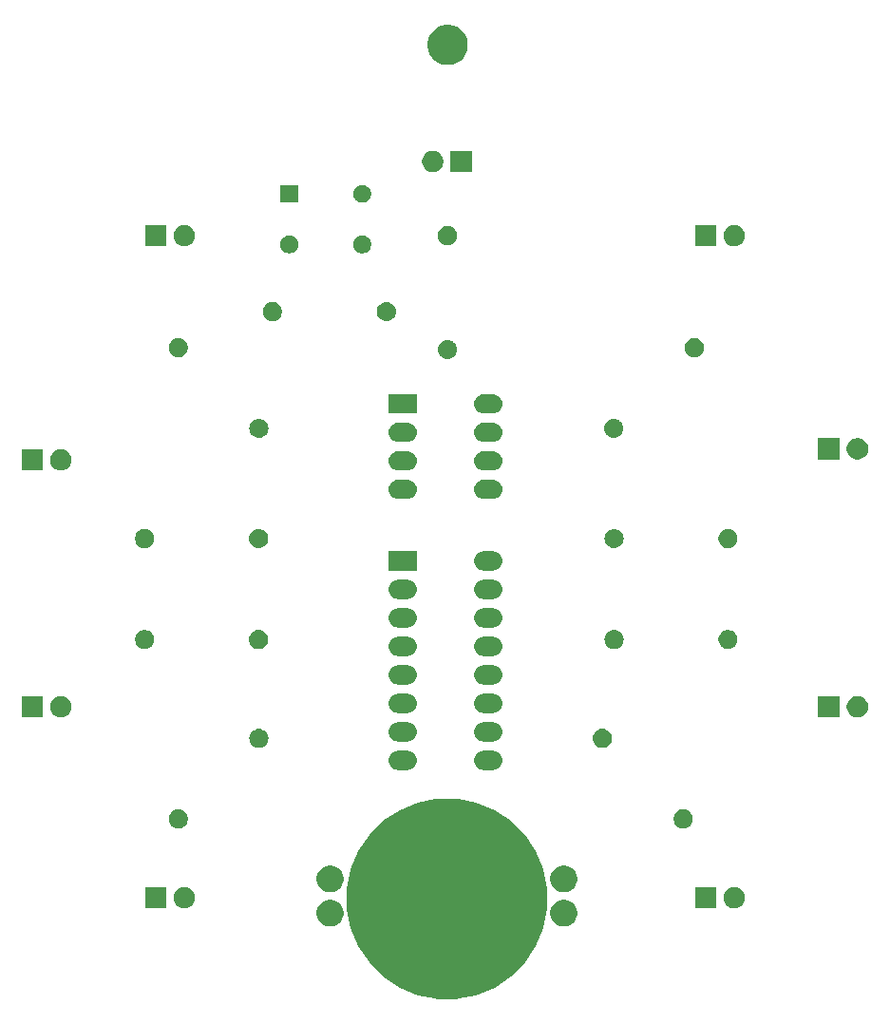
<source format=gbr>
G04 #@! TF.GenerationSoftware,KiCad,Pcbnew,(5.1.0)-1*
G04 #@! TF.CreationDate,2019-11-25T20:58:05-05:00*
G04 #@! TF.ProjectId,Christmas Ornament 2019,43687269-7374-46d6-9173-204f726e616d,rev?*
G04 #@! TF.SameCoordinates,Original*
G04 #@! TF.FileFunction,Soldermask,Bot*
G04 #@! TF.FilePolarity,Negative*
%FSLAX46Y46*%
G04 Gerber Fmt 4.6, Leading zero omitted, Abs format (unit mm)*
G04 Created by KiCad (PCBNEW (5.1.0)-1) date 2019-11-25 20:58:05*
%MOMM*%
%LPD*%
G04 APERTURE LIST*
%ADD10C,0.100000*%
G04 APERTURE END LIST*
D10*
G36*
X109045800Y-109211803D02*
G01*
X110557994Y-109512597D01*
X112185152Y-110186588D01*
X113649555Y-111165072D01*
X114894928Y-112410445D01*
X115873412Y-113874848D01*
X116547403Y-115502006D01*
X116891000Y-117229388D01*
X116891000Y-118990612D01*
X116547403Y-120717994D01*
X115873412Y-122345152D01*
X114894928Y-123809555D01*
X113649555Y-125054928D01*
X112185152Y-126033412D01*
X110557994Y-126707403D01*
X109045800Y-127008197D01*
X108830613Y-127051000D01*
X107069387Y-127051000D01*
X106854200Y-127008197D01*
X105342006Y-126707403D01*
X103714848Y-126033412D01*
X102250445Y-125054928D01*
X101005072Y-123809555D01*
X100026588Y-122345152D01*
X99352597Y-120717994D01*
X99009000Y-118990612D01*
X99009000Y-117229388D01*
X99352597Y-115502006D01*
X100026588Y-113874848D01*
X101005072Y-112410445D01*
X102250445Y-111165072D01*
X103714848Y-110186588D01*
X105342006Y-109512597D01*
X106854200Y-109211803D01*
X107069387Y-109169000D01*
X108830613Y-109169000D01*
X109045800Y-109211803D01*
X109045800Y-109211803D01*
G37*
G36*
X118712276Y-118231884D02*
G01*
X118929569Y-118321890D01*
X118929571Y-118321891D01*
X119125130Y-118452560D01*
X119291440Y-118618870D01*
X119371502Y-118738690D01*
X119422110Y-118814431D01*
X119512116Y-119031724D01*
X119558000Y-119262400D01*
X119558000Y-119497600D01*
X119512116Y-119728276D01*
X119422110Y-119945569D01*
X119422109Y-119945571D01*
X119291440Y-120141130D01*
X119125130Y-120307440D01*
X118929571Y-120438109D01*
X118929570Y-120438110D01*
X118929569Y-120438110D01*
X118712276Y-120528116D01*
X118481600Y-120574000D01*
X118246400Y-120574000D01*
X118015724Y-120528116D01*
X117798431Y-120438110D01*
X117798430Y-120438110D01*
X117798429Y-120438109D01*
X117602870Y-120307440D01*
X117436560Y-120141130D01*
X117305891Y-119945571D01*
X117305890Y-119945569D01*
X117215884Y-119728276D01*
X117170000Y-119497600D01*
X117170000Y-119262400D01*
X117215884Y-119031724D01*
X117305890Y-118814431D01*
X117356499Y-118738690D01*
X117436560Y-118618870D01*
X117602870Y-118452560D01*
X117798429Y-118321891D01*
X117798431Y-118321890D01*
X118015724Y-118231884D01*
X118246400Y-118186000D01*
X118481600Y-118186000D01*
X118712276Y-118231884D01*
X118712276Y-118231884D01*
G37*
G36*
X97884276Y-118231884D02*
G01*
X98101569Y-118321890D01*
X98101571Y-118321891D01*
X98297130Y-118452560D01*
X98463440Y-118618870D01*
X98543502Y-118738690D01*
X98594110Y-118814431D01*
X98684116Y-119031724D01*
X98730000Y-119262400D01*
X98730000Y-119497600D01*
X98684116Y-119728276D01*
X98594110Y-119945569D01*
X98594109Y-119945571D01*
X98463440Y-120141130D01*
X98297130Y-120307440D01*
X98101571Y-120438109D01*
X98101570Y-120438110D01*
X98101569Y-120438110D01*
X97884276Y-120528116D01*
X97653600Y-120574000D01*
X97418400Y-120574000D01*
X97187724Y-120528116D01*
X96970431Y-120438110D01*
X96970430Y-120438110D01*
X96970429Y-120438109D01*
X96774870Y-120307440D01*
X96608560Y-120141130D01*
X96477891Y-119945571D01*
X96477890Y-119945569D01*
X96387884Y-119728276D01*
X96342000Y-119497600D01*
X96342000Y-119262400D01*
X96387884Y-119031724D01*
X96477890Y-118814431D01*
X96528499Y-118738690D01*
X96608560Y-118618870D01*
X96774870Y-118452560D01*
X96970429Y-118321891D01*
X96970431Y-118321890D01*
X97187724Y-118231884D01*
X97418400Y-118186000D01*
X97653600Y-118186000D01*
X97884276Y-118231884D01*
X97884276Y-118231884D01*
G37*
G36*
X82951000Y-118951000D02*
G01*
X81049000Y-118951000D01*
X81049000Y-117049000D01*
X82951000Y-117049000D01*
X82951000Y-118951000D01*
X82951000Y-118951000D01*
G37*
G36*
X84817395Y-117085546D02*
G01*
X84990466Y-117157234D01*
X84990467Y-117157235D01*
X85146227Y-117261310D01*
X85278690Y-117393773D01*
X85278691Y-117393775D01*
X85382766Y-117549534D01*
X85454454Y-117722605D01*
X85491000Y-117906333D01*
X85491000Y-118093667D01*
X85454454Y-118277395D01*
X85382766Y-118450466D01*
X85382765Y-118450467D01*
X85278690Y-118606227D01*
X85146227Y-118738690D01*
X85067818Y-118791081D01*
X84990466Y-118842766D01*
X84817395Y-118914454D01*
X84633667Y-118951000D01*
X84446333Y-118951000D01*
X84262605Y-118914454D01*
X84089534Y-118842766D01*
X84012182Y-118791081D01*
X83933773Y-118738690D01*
X83801310Y-118606227D01*
X83697235Y-118450467D01*
X83697234Y-118450466D01*
X83625546Y-118277395D01*
X83589000Y-118093667D01*
X83589000Y-117906333D01*
X83625546Y-117722605D01*
X83697234Y-117549534D01*
X83801309Y-117393775D01*
X83801310Y-117393773D01*
X83933773Y-117261310D01*
X84089533Y-117157235D01*
X84089534Y-117157234D01*
X84262605Y-117085546D01*
X84446333Y-117049000D01*
X84633667Y-117049000D01*
X84817395Y-117085546D01*
X84817395Y-117085546D01*
G37*
G36*
X131951000Y-118951000D02*
G01*
X130049000Y-118951000D01*
X130049000Y-117049000D01*
X131951000Y-117049000D01*
X131951000Y-118951000D01*
X131951000Y-118951000D01*
G37*
G36*
X133817395Y-117085546D02*
G01*
X133990466Y-117157234D01*
X133990467Y-117157235D01*
X134146227Y-117261310D01*
X134278690Y-117393773D01*
X134278691Y-117393775D01*
X134382766Y-117549534D01*
X134454454Y-117722605D01*
X134491000Y-117906333D01*
X134491000Y-118093667D01*
X134454454Y-118277395D01*
X134382766Y-118450466D01*
X134382765Y-118450467D01*
X134278690Y-118606227D01*
X134146227Y-118738690D01*
X134067818Y-118791081D01*
X133990466Y-118842766D01*
X133817395Y-118914454D01*
X133633667Y-118951000D01*
X133446333Y-118951000D01*
X133262605Y-118914454D01*
X133089534Y-118842766D01*
X133012182Y-118791081D01*
X132933773Y-118738690D01*
X132801310Y-118606227D01*
X132697235Y-118450467D01*
X132697234Y-118450466D01*
X132625546Y-118277395D01*
X132589000Y-118093667D01*
X132589000Y-117906333D01*
X132625546Y-117722605D01*
X132697234Y-117549534D01*
X132801309Y-117393775D01*
X132801310Y-117393773D01*
X132933773Y-117261310D01*
X133089533Y-117157235D01*
X133089534Y-117157234D01*
X133262605Y-117085546D01*
X133446333Y-117049000D01*
X133633667Y-117049000D01*
X133817395Y-117085546D01*
X133817395Y-117085546D01*
G37*
G36*
X97884276Y-115183884D02*
G01*
X98101569Y-115273890D01*
X98101571Y-115273891D01*
X98297130Y-115404560D01*
X98463440Y-115570870D01*
X98594110Y-115766431D01*
X98684116Y-115983724D01*
X98730000Y-116214400D01*
X98730000Y-116449600D01*
X98684116Y-116680276D01*
X98594110Y-116897569D01*
X98594109Y-116897571D01*
X98463440Y-117093130D01*
X98297130Y-117259440D01*
X98101571Y-117390109D01*
X98101570Y-117390110D01*
X98101569Y-117390110D01*
X97884276Y-117480116D01*
X97653600Y-117526000D01*
X97418400Y-117526000D01*
X97187724Y-117480116D01*
X96970431Y-117390110D01*
X96970430Y-117390110D01*
X96970429Y-117390109D01*
X96774870Y-117259440D01*
X96608560Y-117093130D01*
X96477891Y-116897571D01*
X96477890Y-116897569D01*
X96387884Y-116680276D01*
X96342000Y-116449600D01*
X96342000Y-116214400D01*
X96387884Y-115983724D01*
X96477890Y-115766431D01*
X96608560Y-115570870D01*
X96774870Y-115404560D01*
X96970429Y-115273891D01*
X96970431Y-115273890D01*
X97187724Y-115183884D01*
X97418400Y-115138000D01*
X97653600Y-115138000D01*
X97884276Y-115183884D01*
X97884276Y-115183884D01*
G37*
G36*
X118712276Y-115183884D02*
G01*
X118929569Y-115273890D01*
X118929571Y-115273891D01*
X119125130Y-115404560D01*
X119291440Y-115570870D01*
X119422110Y-115766431D01*
X119512116Y-115983724D01*
X119558000Y-116214400D01*
X119558000Y-116449600D01*
X119512116Y-116680276D01*
X119422110Y-116897569D01*
X119422109Y-116897571D01*
X119291440Y-117093130D01*
X119125130Y-117259440D01*
X118929571Y-117390109D01*
X118929570Y-117390110D01*
X118929569Y-117390110D01*
X118712276Y-117480116D01*
X118481600Y-117526000D01*
X118246400Y-117526000D01*
X118015724Y-117480116D01*
X117798431Y-117390110D01*
X117798430Y-117390110D01*
X117798429Y-117390109D01*
X117602870Y-117259440D01*
X117436560Y-117093130D01*
X117305891Y-116897571D01*
X117305890Y-116897569D01*
X117215884Y-116680276D01*
X117170000Y-116449600D01*
X117170000Y-116214400D01*
X117215884Y-115983724D01*
X117305890Y-115766431D01*
X117436560Y-115570870D01*
X117602870Y-115404560D01*
X117798429Y-115273891D01*
X117798431Y-115273890D01*
X118015724Y-115183884D01*
X118246400Y-115138000D01*
X118481600Y-115138000D01*
X118712276Y-115183884D01*
X118712276Y-115183884D01*
G37*
G36*
X84248228Y-110181703D02*
G01*
X84403100Y-110245853D01*
X84542481Y-110338985D01*
X84661015Y-110457519D01*
X84754147Y-110596900D01*
X84818297Y-110751772D01*
X84851000Y-110916184D01*
X84851000Y-111083816D01*
X84818297Y-111248228D01*
X84754147Y-111403100D01*
X84661015Y-111542481D01*
X84542481Y-111661015D01*
X84403100Y-111754147D01*
X84248228Y-111818297D01*
X84083816Y-111851000D01*
X83916184Y-111851000D01*
X83751772Y-111818297D01*
X83596900Y-111754147D01*
X83457519Y-111661015D01*
X83338985Y-111542481D01*
X83245853Y-111403100D01*
X83181703Y-111248228D01*
X83149000Y-111083816D01*
X83149000Y-110916184D01*
X83181703Y-110751772D01*
X83245853Y-110596900D01*
X83338985Y-110457519D01*
X83457519Y-110338985D01*
X83596900Y-110245853D01*
X83751772Y-110181703D01*
X83916184Y-110149000D01*
X84083816Y-110149000D01*
X84248228Y-110181703D01*
X84248228Y-110181703D01*
G37*
G36*
X129248228Y-110181703D02*
G01*
X129403100Y-110245853D01*
X129542481Y-110338985D01*
X129661015Y-110457519D01*
X129754147Y-110596900D01*
X129818297Y-110751772D01*
X129851000Y-110916184D01*
X129851000Y-111083816D01*
X129818297Y-111248228D01*
X129754147Y-111403100D01*
X129661015Y-111542481D01*
X129542481Y-111661015D01*
X129403100Y-111754147D01*
X129248228Y-111818297D01*
X129083816Y-111851000D01*
X128916184Y-111851000D01*
X128751772Y-111818297D01*
X128596900Y-111754147D01*
X128457519Y-111661015D01*
X128338985Y-111542481D01*
X128245853Y-111403100D01*
X128181703Y-111248228D01*
X128149000Y-111083816D01*
X128149000Y-110916184D01*
X128181703Y-110751772D01*
X128245853Y-110596900D01*
X128338985Y-110457519D01*
X128457519Y-110338985D01*
X128596900Y-110245853D01*
X128751772Y-110181703D01*
X128916184Y-110149000D01*
X129083816Y-110149000D01*
X129248228Y-110181703D01*
X129248228Y-110181703D01*
G37*
G36*
X104566823Y-104941313D02*
G01*
X104727242Y-104989976D01*
X104859906Y-105060886D01*
X104875078Y-105068996D01*
X105004659Y-105175341D01*
X105111004Y-105304922D01*
X105111005Y-105304924D01*
X105190024Y-105452758D01*
X105238687Y-105613177D01*
X105255117Y-105780000D01*
X105238687Y-105946823D01*
X105190024Y-106107242D01*
X105119114Y-106239906D01*
X105111004Y-106255078D01*
X105004659Y-106384659D01*
X104875078Y-106491004D01*
X104875076Y-106491005D01*
X104727242Y-106570024D01*
X104566823Y-106618687D01*
X104441804Y-106631000D01*
X103558196Y-106631000D01*
X103433177Y-106618687D01*
X103272758Y-106570024D01*
X103124924Y-106491005D01*
X103124922Y-106491004D01*
X102995341Y-106384659D01*
X102888996Y-106255078D01*
X102880886Y-106239906D01*
X102809976Y-106107242D01*
X102761313Y-105946823D01*
X102744883Y-105780000D01*
X102761313Y-105613177D01*
X102809976Y-105452758D01*
X102888995Y-105304924D01*
X102888996Y-105304922D01*
X102995341Y-105175341D01*
X103124922Y-105068996D01*
X103140094Y-105060886D01*
X103272758Y-104989976D01*
X103433177Y-104941313D01*
X103558196Y-104929000D01*
X104441804Y-104929000D01*
X104566823Y-104941313D01*
X104566823Y-104941313D01*
G37*
G36*
X112186823Y-104941313D02*
G01*
X112347242Y-104989976D01*
X112479906Y-105060886D01*
X112495078Y-105068996D01*
X112624659Y-105175341D01*
X112731004Y-105304922D01*
X112731005Y-105304924D01*
X112810024Y-105452758D01*
X112858687Y-105613177D01*
X112875117Y-105780000D01*
X112858687Y-105946823D01*
X112810024Y-106107242D01*
X112739114Y-106239906D01*
X112731004Y-106255078D01*
X112624659Y-106384659D01*
X112495078Y-106491004D01*
X112495076Y-106491005D01*
X112347242Y-106570024D01*
X112186823Y-106618687D01*
X112061804Y-106631000D01*
X111178196Y-106631000D01*
X111053177Y-106618687D01*
X110892758Y-106570024D01*
X110744924Y-106491005D01*
X110744922Y-106491004D01*
X110615341Y-106384659D01*
X110508996Y-106255078D01*
X110500886Y-106239906D01*
X110429976Y-106107242D01*
X110381313Y-105946823D01*
X110364883Y-105780000D01*
X110381313Y-105613177D01*
X110429976Y-105452758D01*
X110508995Y-105304924D01*
X110508996Y-105304922D01*
X110615341Y-105175341D01*
X110744922Y-105068996D01*
X110760094Y-105060886D01*
X110892758Y-104989976D01*
X111053177Y-104941313D01*
X111178196Y-104929000D01*
X112061804Y-104929000D01*
X112186823Y-104941313D01*
X112186823Y-104941313D01*
G37*
G36*
X91351028Y-102977108D02*
G01*
X91511447Y-103025771D01*
X91600137Y-103073177D01*
X91659283Y-103104791D01*
X91788864Y-103211136D01*
X91895209Y-103340717D01*
X91895210Y-103340719D01*
X91974229Y-103488553D01*
X92022892Y-103648972D01*
X92039322Y-103815795D01*
X92022892Y-103982618D01*
X91974229Y-104143037D01*
X91903319Y-104275701D01*
X91895209Y-104290873D01*
X91788864Y-104420454D01*
X91659283Y-104526799D01*
X91659281Y-104526800D01*
X91511447Y-104605819D01*
X91351028Y-104654482D01*
X91226009Y-104666795D01*
X91142401Y-104666795D01*
X91017382Y-104654482D01*
X90856963Y-104605819D01*
X90709129Y-104526800D01*
X90709127Y-104526799D01*
X90579546Y-104420454D01*
X90473201Y-104290873D01*
X90465091Y-104275701D01*
X90394181Y-104143037D01*
X90345518Y-103982618D01*
X90329088Y-103815795D01*
X90345518Y-103648972D01*
X90394181Y-103488553D01*
X90473200Y-103340719D01*
X90473201Y-103340717D01*
X90579546Y-103211136D01*
X90709127Y-103104791D01*
X90768273Y-103073177D01*
X90856963Y-103025771D01*
X91017382Y-102977108D01*
X91142401Y-102964795D01*
X91226009Y-102964795D01*
X91351028Y-102977108D01*
X91351028Y-102977108D01*
G37*
G36*
X121982618Y-102977108D02*
G01*
X122143037Y-103025771D01*
X122231727Y-103073177D01*
X122290873Y-103104791D01*
X122420454Y-103211136D01*
X122526799Y-103340717D01*
X122526800Y-103340719D01*
X122605819Y-103488553D01*
X122654482Y-103648972D01*
X122670912Y-103815795D01*
X122654482Y-103982618D01*
X122605819Y-104143037D01*
X122534909Y-104275701D01*
X122526799Y-104290873D01*
X122420454Y-104420454D01*
X122290873Y-104526799D01*
X122290871Y-104526800D01*
X122143037Y-104605819D01*
X121982618Y-104654482D01*
X121857599Y-104666795D01*
X121773991Y-104666795D01*
X121648972Y-104654482D01*
X121488553Y-104605819D01*
X121340719Y-104526800D01*
X121340717Y-104526799D01*
X121211136Y-104420454D01*
X121104791Y-104290873D01*
X121096681Y-104275701D01*
X121025771Y-104143037D01*
X120977108Y-103982618D01*
X120960678Y-103815795D01*
X120977108Y-103648972D01*
X121025771Y-103488553D01*
X121104790Y-103340719D01*
X121104791Y-103340717D01*
X121211136Y-103211136D01*
X121340717Y-103104791D01*
X121399863Y-103073177D01*
X121488553Y-103025771D01*
X121648972Y-102977108D01*
X121773991Y-102964795D01*
X121857599Y-102964795D01*
X121982618Y-102977108D01*
X121982618Y-102977108D01*
G37*
G36*
X112186823Y-102401313D02*
G01*
X112347242Y-102449976D01*
X112479906Y-102520886D01*
X112495078Y-102528996D01*
X112624659Y-102635341D01*
X112731004Y-102764922D01*
X112731005Y-102764924D01*
X112810024Y-102912758D01*
X112858687Y-103073177D01*
X112875117Y-103240000D01*
X112858687Y-103406823D01*
X112810024Y-103567242D01*
X112766339Y-103648970D01*
X112731004Y-103715078D01*
X112624659Y-103844659D01*
X112495078Y-103951004D01*
X112495076Y-103951005D01*
X112347242Y-104030024D01*
X112186823Y-104078687D01*
X112061804Y-104091000D01*
X111178196Y-104091000D01*
X111053177Y-104078687D01*
X110892758Y-104030024D01*
X110744924Y-103951005D01*
X110744922Y-103951004D01*
X110615341Y-103844659D01*
X110508996Y-103715078D01*
X110473661Y-103648970D01*
X110429976Y-103567242D01*
X110381313Y-103406823D01*
X110364883Y-103240000D01*
X110381313Y-103073177D01*
X110429976Y-102912758D01*
X110508995Y-102764924D01*
X110508996Y-102764922D01*
X110615341Y-102635341D01*
X110744922Y-102528996D01*
X110760094Y-102520886D01*
X110892758Y-102449976D01*
X111053177Y-102401313D01*
X111178196Y-102389000D01*
X112061804Y-102389000D01*
X112186823Y-102401313D01*
X112186823Y-102401313D01*
G37*
G36*
X104566823Y-102401313D02*
G01*
X104727242Y-102449976D01*
X104859906Y-102520886D01*
X104875078Y-102528996D01*
X105004659Y-102635341D01*
X105111004Y-102764922D01*
X105111005Y-102764924D01*
X105190024Y-102912758D01*
X105238687Y-103073177D01*
X105255117Y-103240000D01*
X105238687Y-103406823D01*
X105190024Y-103567242D01*
X105146339Y-103648970D01*
X105111004Y-103715078D01*
X105004659Y-103844659D01*
X104875078Y-103951004D01*
X104875076Y-103951005D01*
X104727242Y-104030024D01*
X104566823Y-104078687D01*
X104441804Y-104091000D01*
X103558196Y-104091000D01*
X103433177Y-104078687D01*
X103272758Y-104030024D01*
X103124924Y-103951005D01*
X103124922Y-103951004D01*
X102995341Y-103844659D01*
X102888996Y-103715078D01*
X102853661Y-103648970D01*
X102809976Y-103567242D01*
X102761313Y-103406823D01*
X102744883Y-103240000D01*
X102761313Y-103073177D01*
X102809976Y-102912758D01*
X102888995Y-102764924D01*
X102888996Y-102764922D01*
X102995341Y-102635341D01*
X103124922Y-102528996D01*
X103140094Y-102520886D01*
X103272758Y-102449976D01*
X103433177Y-102401313D01*
X103558196Y-102389000D01*
X104441804Y-102389000D01*
X104566823Y-102401313D01*
X104566823Y-102401313D01*
G37*
G36*
X73817395Y-100085546D02*
G01*
X73990466Y-100157234D01*
X73990467Y-100157235D01*
X74146227Y-100261310D01*
X74278690Y-100393773D01*
X74278691Y-100393775D01*
X74382766Y-100549534D01*
X74454454Y-100722605D01*
X74491000Y-100906333D01*
X74491000Y-101093667D01*
X74454454Y-101277395D01*
X74382766Y-101450466D01*
X74382765Y-101450467D01*
X74278690Y-101606227D01*
X74146227Y-101738690D01*
X74067818Y-101791081D01*
X73990466Y-101842766D01*
X73817395Y-101914454D01*
X73633667Y-101951000D01*
X73446333Y-101951000D01*
X73262605Y-101914454D01*
X73089534Y-101842766D01*
X73012182Y-101791081D01*
X72933773Y-101738690D01*
X72801310Y-101606227D01*
X72697235Y-101450467D01*
X72697234Y-101450466D01*
X72625546Y-101277395D01*
X72589000Y-101093667D01*
X72589000Y-100906333D01*
X72625546Y-100722605D01*
X72697234Y-100549534D01*
X72801309Y-100393775D01*
X72801310Y-100393773D01*
X72933773Y-100261310D01*
X73089533Y-100157235D01*
X73089534Y-100157234D01*
X73262605Y-100085546D01*
X73446333Y-100049000D01*
X73633667Y-100049000D01*
X73817395Y-100085546D01*
X73817395Y-100085546D01*
G37*
G36*
X71951000Y-101951000D02*
G01*
X70049000Y-101951000D01*
X70049000Y-100049000D01*
X71951000Y-100049000D01*
X71951000Y-101951000D01*
X71951000Y-101951000D01*
G37*
G36*
X142951000Y-101951000D02*
G01*
X141049000Y-101951000D01*
X141049000Y-100049000D01*
X142951000Y-100049000D01*
X142951000Y-101951000D01*
X142951000Y-101951000D01*
G37*
G36*
X144817395Y-100085546D02*
G01*
X144990466Y-100157234D01*
X144990467Y-100157235D01*
X145146227Y-100261310D01*
X145278690Y-100393773D01*
X145278691Y-100393775D01*
X145382766Y-100549534D01*
X145454454Y-100722605D01*
X145491000Y-100906333D01*
X145491000Y-101093667D01*
X145454454Y-101277395D01*
X145382766Y-101450466D01*
X145382765Y-101450467D01*
X145278690Y-101606227D01*
X145146227Y-101738690D01*
X145067818Y-101791081D01*
X144990466Y-101842766D01*
X144817395Y-101914454D01*
X144633667Y-101951000D01*
X144446333Y-101951000D01*
X144262605Y-101914454D01*
X144089534Y-101842766D01*
X144012182Y-101791081D01*
X143933773Y-101738690D01*
X143801310Y-101606227D01*
X143697235Y-101450467D01*
X143697234Y-101450466D01*
X143625546Y-101277395D01*
X143589000Y-101093667D01*
X143589000Y-100906333D01*
X143625546Y-100722605D01*
X143697234Y-100549534D01*
X143801309Y-100393775D01*
X143801310Y-100393773D01*
X143933773Y-100261310D01*
X144089533Y-100157235D01*
X144089534Y-100157234D01*
X144262605Y-100085546D01*
X144446333Y-100049000D01*
X144633667Y-100049000D01*
X144817395Y-100085546D01*
X144817395Y-100085546D01*
G37*
G36*
X112186823Y-99861313D02*
G01*
X112347242Y-99909976D01*
X112479906Y-99980886D01*
X112495078Y-99988996D01*
X112624659Y-100095341D01*
X112731004Y-100224922D01*
X112731005Y-100224924D01*
X112810024Y-100372758D01*
X112810025Y-100372761D01*
X112819083Y-100402620D01*
X112858687Y-100533177D01*
X112875117Y-100700000D01*
X112858687Y-100866823D01*
X112810024Y-101027242D01*
X112774520Y-101093665D01*
X112731004Y-101175078D01*
X112624659Y-101304659D01*
X112495078Y-101411004D01*
X112495076Y-101411005D01*
X112347242Y-101490024D01*
X112186823Y-101538687D01*
X112061804Y-101551000D01*
X111178196Y-101551000D01*
X111053177Y-101538687D01*
X110892758Y-101490024D01*
X110744924Y-101411005D01*
X110744922Y-101411004D01*
X110615341Y-101304659D01*
X110508996Y-101175078D01*
X110465480Y-101093665D01*
X110429976Y-101027242D01*
X110381313Y-100866823D01*
X110364883Y-100700000D01*
X110381313Y-100533177D01*
X110420917Y-100402620D01*
X110429975Y-100372761D01*
X110429976Y-100372758D01*
X110508995Y-100224924D01*
X110508996Y-100224922D01*
X110615341Y-100095341D01*
X110744922Y-99988996D01*
X110760094Y-99980886D01*
X110892758Y-99909976D01*
X111053177Y-99861313D01*
X111178196Y-99849000D01*
X112061804Y-99849000D01*
X112186823Y-99861313D01*
X112186823Y-99861313D01*
G37*
G36*
X104566823Y-99861313D02*
G01*
X104727242Y-99909976D01*
X104859906Y-99980886D01*
X104875078Y-99988996D01*
X105004659Y-100095341D01*
X105111004Y-100224922D01*
X105111005Y-100224924D01*
X105190024Y-100372758D01*
X105190025Y-100372761D01*
X105199083Y-100402620D01*
X105238687Y-100533177D01*
X105255117Y-100700000D01*
X105238687Y-100866823D01*
X105190024Y-101027242D01*
X105154520Y-101093665D01*
X105111004Y-101175078D01*
X105004659Y-101304659D01*
X104875078Y-101411004D01*
X104875076Y-101411005D01*
X104727242Y-101490024D01*
X104566823Y-101538687D01*
X104441804Y-101551000D01*
X103558196Y-101551000D01*
X103433177Y-101538687D01*
X103272758Y-101490024D01*
X103124924Y-101411005D01*
X103124922Y-101411004D01*
X102995341Y-101304659D01*
X102888996Y-101175078D01*
X102845480Y-101093665D01*
X102809976Y-101027242D01*
X102761313Y-100866823D01*
X102744883Y-100700000D01*
X102761313Y-100533177D01*
X102800917Y-100402620D01*
X102809975Y-100372761D01*
X102809976Y-100372758D01*
X102888995Y-100224924D01*
X102888996Y-100224922D01*
X102995341Y-100095341D01*
X103124922Y-99988996D01*
X103140094Y-99980886D01*
X103272758Y-99909976D01*
X103433177Y-99861313D01*
X103558196Y-99849000D01*
X104441804Y-99849000D01*
X104566823Y-99861313D01*
X104566823Y-99861313D01*
G37*
G36*
X112186823Y-97321313D02*
G01*
X112347242Y-97369976D01*
X112479906Y-97440886D01*
X112495078Y-97448996D01*
X112624659Y-97555341D01*
X112731004Y-97684922D01*
X112731005Y-97684924D01*
X112810024Y-97832758D01*
X112858687Y-97993177D01*
X112875117Y-98160000D01*
X112858687Y-98326823D01*
X112810024Y-98487242D01*
X112739114Y-98619906D01*
X112731004Y-98635078D01*
X112624659Y-98764659D01*
X112495078Y-98871004D01*
X112495076Y-98871005D01*
X112347242Y-98950024D01*
X112186823Y-98998687D01*
X112061804Y-99011000D01*
X111178196Y-99011000D01*
X111053177Y-98998687D01*
X110892758Y-98950024D01*
X110744924Y-98871005D01*
X110744922Y-98871004D01*
X110615341Y-98764659D01*
X110508996Y-98635078D01*
X110500886Y-98619906D01*
X110429976Y-98487242D01*
X110381313Y-98326823D01*
X110364883Y-98160000D01*
X110381313Y-97993177D01*
X110429976Y-97832758D01*
X110508995Y-97684924D01*
X110508996Y-97684922D01*
X110615341Y-97555341D01*
X110744922Y-97448996D01*
X110760094Y-97440886D01*
X110892758Y-97369976D01*
X111053177Y-97321313D01*
X111178196Y-97309000D01*
X112061804Y-97309000D01*
X112186823Y-97321313D01*
X112186823Y-97321313D01*
G37*
G36*
X104566823Y-97321313D02*
G01*
X104727242Y-97369976D01*
X104859906Y-97440886D01*
X104875078Y-97448996D01*
X105004659Y-97555341D01*
X105111004Y-97684922D01*
X105111005Y-97684924D01*
X105190024Y-97832758D01*
X105238687Y-97993177D01*
X105255117Y-98160000D01*
X105238687Y-98326823D01*
X105190024Y-98487242D01*
X105119114Y-98619906D01*
X105111004Y-98635078D01*
X105004659Y-98764659D01*
X104875078Y-98871004D01*
X104875076Y-98871005D01*
X104727242Y-98950024D01*
X104566823Y-98998687D01*
X104441804Y-99011000D01*
X103558196Y-99011000D01*
X103433177Y-98998687D01*
X103272758Y-98950024D01*
X103124924Y-98871005D01*
X103124922Y-98871004D01*
X102995341Y-98764659D01*
X102888996Y-98635078D01*
X102880886Y-98619906D01*
X102809976Y-98487242D01*
X102761313Y-98326823D01*
X102744883Y-98160000D01*
X102761313Y-97993177D01*
X102809976Y-97832758D01*
X102888995Y-97684924D01*
X102888996Y-97684922D01*
X102995341Y-97555341D01*
X103124922Y-97448996D01*
X103140094Y-97440886D01*
X103272758Y-97369976D01*
X103433177Y-97321313D01*
X103558196Y-97309000D01*
X104441804Y-97309000D01*
X104566823Y-97321313D01*
X104566823Y-97321313D01*
G37*
G36*
X112186823Y-94781313D02*
G01*
X112347242Y-94829976D01*
X112479906Y-94900886D01*
X112495078Y-94908996D01*
X112624659Y-95015341D01*
X112731004Y-95144922D01*
X112731005Y-95144924D01*
X112810024Y-95292758D01*
X112858687Y-95453177D01*
X112875117Y-95620000D01*
X112858687Y-95786823D01*
X112810024Y-95947242D01*
X112739114Y-96079906D01*
X112731004Y-96095078D01*
X112624659Y-96224659D01*
X112495078Y-96331004D01*
X112495076Y-96331005D01*
X112347242Y-96410024D01*
X112186823Y-96458687D01*
X112061804Y-96471000D01*
X111178196Y-96471000D01*
X111053177Y-96458687D01*
X110892758Y-96410024D01*
X110744924Y-96331005D01*
X110744922Y-96331004D01*
X110615341Y-96224659D01*
X110508996Y-96095078D01*
X110500886Y-96079906D01*
X110429976Y-95947242D01*
X110381313Y-95786823D01*
X110364883Y-95620000D01*
X110381313Y-95453177D01*
X110429976Y-95292758D01*
X110508995Y-95144924D01*
X110508996Y-95144922D01*
X110615341Y-95015341D01*
X110744922Y-94908996D01*
X110760094Y-94900886D01*
X110892758Y-94829976D01*
X111053177Y-94781313D01*
X111178196Y-94769000D01*
X112061804Y-94769000D01*
X112186823Y-94781313D01*
X112186823Y-94781313D01*
G37*
G36*
X104566823Y-94781313D02*
G01*
X104727242Y-94829976D01*
X104859906Y-94900886D01*
X104875078Y-94908996D01*
X105004659Y-95015341D01*
X105111004Y-95144922D01*
X105111005Y-95144924D01*
X105190024Y-95292758D01*
X105238687Y-95453177D01*
X105255117Y-95620000D01*
X105238687Y-95786823D01*
X105190024Y-95947242D01*
X105119114Y-96079906D01*
X105111004Y-96095078D01*
X105004659Y-96224659D01*
X104875078Y-96331004D01*
X104875076Y-96331005D01*
X104727242Y-96410024D01*
X104566823Y-96458687D01*
X104441804Y-96471000D01*
X103558196Y-96471000D01*
X103433177Y-96458687D01*
X103272758Y-96410024D01*
X103124924Y-96331005D01*
X103124922Y-96331004D01*
X102995341Y-96224659D01*
X102888996Y-96095078D01*
X102880886Y-96079906D01*
X102809976Y-95947242D01*
X102761313Y-95786823D01*
X102744883Y-95620000D01*
X102761313Y-95453177D01*
X102809976Y-95292758D01*
X102888995Y-95144924D01*
X102888996Y-95144922D01*
X102995341Y-95015341D01*
X103124922Y-94908996D01*
X103140094Y-94900886D01*
X103272758Y-94829976D01*
X103433177Y-94781313D01*
X103558196Y-94769000D01*
X104441804Y-94769000D01*
X104566823Y-94781313D01*
X104566823Y-94781313D01*
G37*
G36*
X81248228Y-94181703D02*
G01*
X81403100Y-94245853D01*
X81542481Y-94338985D01*
X81661015Y-94457519D01*
X81754147Y-94596900D01*
X81818297Y-94751772D01*
X81851000Y-94916184D01*
X81851000Y-95083816D01*
X81818297Y-95248228D01*
X81754147Y-95403100D01*
X81661015Y-95542481D01*
X81542481Y-95661015D01*
X81403100Y-95754147D01*
X81248228Y-95818297D01*
X81083816Y-95851000D01*
X80916184Y-95851000D01*
X80751772Y-95818297D01*
X80596900Y-95754147D01*
X80457519Y-95661015D01*
X80338985Y-95542481D01*
X80245853Y-95403100D01*
X80181703Y-95248228D01*
X80149000Y-95083816D01*
X80149000Y-94916184D01*
X80181703Y-94751772D01*
X80245853Y-94596900D01*
X80338985Y-94457519D01*
X80457519Y-94338985D01*
X80596900Y-94245853D01*
X80751772Y-94181703D01*
X80916184Y-94149000D01*
X81083816Y-94149000D01*
X81248228Y-94181703D01*
X81248228Y-94181703D01*
G37*
G36*
X133248228Y-94181703D02*
G01*
X133403100Y-94245853D01*
X133542481Y-94338985D01*
X133661015Y-94457519D01*
X133754147Y-94596900D01*
X133818297Y-94751772D01*
X133851000Y-94916184D01*
X133851000Y-95083816D01*
X133818297Y-95248228D01*
X133754147Y-95403100D01*
X133661015Y-95542481D01*
X133542481Y-95661015D01*
X133403100Y-95754147D01*
X133248228Y-95818297D01*
X133083816Y-95851000D01*
X132916184Y-95851000D01*
X132751772Y-95818297D01*
X132596900Y-95754147D01*
X132457519Y-95661015D01*
X132338985Y-95542481D01*
X132245853Y-95403100D01*
X132181703Y-95248228D01*
X132149000Y-95083816D01*
X132149000Y-94916184D01*
X132181703Y-94751772D01*
X132245853Y-94596900D01*
X132338985Y-94457519D01*
X132457519Y-94338985D01*
X132596900Y-94245853D01*
X132751772Y-94181703D01*
X132916184Y-94149000D01*
X133083816Y-94149000D01*
X133248228Y-94181703D01*
X133248228Y-94181703D01*
G37*
G36*
X123006823Y-94161313D02*
G01*
X123167242Y-94209976D01*
X123234361Y-94245852D01*
X123315078Y-94288996D01*
X123444659Y-94395341D01*
X123551004Y-94524922D01*
X123551005Y-94524924D01*
X123630024Y-94672758D01*
X123678687Y-94833177D01*
X123695117Y-95000000D01*
X123678687Y-95166823D01*
X123630024Y-95327242D01*
X123589477Y-95403100D01*
X123551004Y-95475078D01*
X123444659Y-95604659D01*
X123315078Y-95711004D01*
X123315076Y-95711005D01*
X123167242Y-95790024D01*
X123006823Y-95838687D01*
X122881804Y-95851000D01*
X122798196Y-95851000D01*
X122673177Y-95838687D01*
X122512758Y-95790024D01*
X122364924Y-95711005D01*
X122364922Y-95711004D01*
X122235341Y-95604659D01*
X122128996Y-95475078D01*
X122090523Y-95403100D01*
X122049976Y-95327242D01*
X122001313Y-95166823D01*
X121984883Y-95000000D01*
X122001313Y-94833177D01*
X122049976Y-94672758D01*
X122128995Y-94524924D01*
X122128996Y-94524922D01*
X122235341Y-94395341D01*
X122364922Y-94288996D01*
X122445639Y-94245852D01*
X122512758Y-94209976D01*
X122673177Y-94161313D01*
X122798196Y-94149000D01*
X122881804Y-94149000D01*
X123006823Y-94161313D01*
X123006823Y-94161313D01*
G37*
G36*
X91326823Y-94161313D02*
G01*
X91487242Y-94209976D01*
X91554361Y-94245852D01*
X91635078Y-94288996D01*
X91764659Y-94395341D01*
X91871004Y-94524922D01*
X91871005Y-94524924D01*
X91950024Y-94672758D01*
X91998687Y-94833177D01*
X92015117Y-95000000D01*
X91998687Y-95166823D01*
X91950024Y-95327242D01*
X91909477Y-95403100D01*
X91871004Y-95475078D01*
X91764659Y-95604659D01*
X91635078Y-95711004D01*
X91635076Y-95711005D01*
X91487242Y-95790024D01*
X91326823Y-95838687D01*
X91201804Y-95851000D01*
X91118196Y-95851000D01*
X90993177Y-95838687D01*
X90832758Y-95790024D01*
X90684924Y-95711005D01*
X90684922Y-95711004D01*
X90555341Y-95604659D01*
X90448996Y-95475078D01*
X90410523Y-95403100D01*
X90369976Y-95327242D01*
X90321313Y-95166823D01*
X90304883Y-95000000D01*
X90321313Y-94833177D01*
X90369976Y-94672758D01*
X90448995Y-94524924D01*
X90448996Y-94524922D01*
X90555341Y-94395341D01*
X90684922Y-94288996D01*
X90765639Y-94245852D01*
X90832758Y-94209976D01*
X90993177Y-94161313D01*
X91118196Y-94149000D01*
X91201804Y-94149000D01*
X91326823Y-94161313D01*
X91326823Y-94161313D01*
G37*
G36*
X112186823Y-92241313D02*
G01*
X112347242Y-92289976D01*
X112479906Y-92360886D01*
X112495078Y-92368996D01*
X112624659Y-92475341D01*
X112731004Y-92604922D01*
X112731005Y-92604924D01*
X112810024Y-92752758D01*
X112858687Y-92913177D01*
X112875117Y-93080000D01*
X112858687Y-93246823D01*
X112810024Y-93407242D01*
X112739114Y-93539906D01*
X112731004Y-93555078D01*
X112624659Y-93684659D01*
X112495078Y-93791004D01*
X112495076Y-93791005D01*
X112347242Y-93870024D01*
X112186823Y-93918687D01*
X112061804Y-93931000D01*
X111178196Y-93931000D01*
X111053177Y-93918687D01*
X110892758Y-93870024D01*
X110744924Y-93791005D01*
X110744922Y-93791004D01*
X110615341Y-93684659D01*
X110508996Y-93555078D01*
X110500886Y-93539906D01*
X110429976Y-93407242D01*
X110381313Y-93246823D01*
X110364883Y-93080000D01*
X110381313Y-92913177D01*
X110429976Y-92752758D01*
X110508995Y-92604924D01*
X110508996Y-92604922D01*
X110615341Y-92475341D01*
X110744922Y-92368996D01*
X110760094Y-92360886D01*
X110892758Y-92289976D01*
X111053177Y-92241313D01*
X111178196Y-92229000D01*
X112061804Y-92229000D01*
X112186823Y-92241313D01*
X112186823Y-92241313D01*
G37*
G36*
X104566823Y-92241313D02*
G01*
X104727242Y-92289976D01*
X104859906Y-92360886D01*
X104875078Y-92368996D01*
X105004659Y-92475341D01*
X105111004Y-92604922D01*
X105111005Y-92604924D01*
X105190024Y-92752758D01*
X105238687Y-92913177D01*
X105255117Y-93080000D01*
X105238687Y-93246823D01*
X105190024Y-93407242D01*
X105119114Y-93539906D01*
X105111004Y-93555078D01*
X105004659Y-93684659D01*
X104875078Y-93791004D01*
X104875076Y-93791005D01*
X104727242Y-93870024D01*
X104566823Y-93918687D01*
X104441804Y-93931000D01*
X103558196Y-93931000D01*
X103433177Y-93918687D01*
X103272758Y-93870024D01*
X103124924Y-93791005D01*
X103124922Y-93791004D01*
X102995341Y-93684659D01*
X102888996Y-93555078D01*
X102880886Y-93539906D01*
X102809976Y-93407242D01*
X102761313Y-93246823D01*
X102744883Y-93080000D01*
X102761313Y-92913177D01*
X102809976Y-92752758D01*
X102888995Y-92604924D01*
X102888996Y-92604922D01*
X102995341Y-92475341D01*
X103124922Y-92368996D01*
X103140094Y-92360886D01*
X103272758Y-92289976D01*
X103433177Y-92241313D01*
X103558196Y-92229000D01*
X104441804Y-92229000D01*
X104566823Y-92241313D01*
X104566823Y-92241313D01*
G37*
G36*
X104566823Y-89701313D02*
G01*
X104727242Y-89749976D01*
X104859906Y-89820886D01*
X104875078Y-89828996D01*
X105004659Y-89935341D01*
X105111004Y-90064922D01*
X105111005Y-90064924D01*
X105190024Y-90212758D01*
X105238687Y-90373177D01*
X105255117Y-90540000D01*
X105238687Y-90706823D01*
X105190024Y-90867242D01*
X105119114Y-90999906D01*
X105111004Y-91015078D01*
X105004659Y-91144659D01*
X104875078Y-91251004D01*
X104875076Y-91251005D01*
X104727242Y-91330024D01*
X104566823Y-91378687D01*
X104441804Y-91391000D01*
X103558196Y-91391000D01*
X103433177Y-91378687D01*
X103272758Y-91330024D01*
X103124924Y-91251005D01*
X103124922Y-91251004D01*
X102995341Y-91144659D01*
X102888996Y-91015078D01*
X102880886Y-90999906D01*
X102809976Y-90867242D01*
X102761313Y-90706823D01*
X102744883Y-90540000D01*
X102761313Y-90373177D01*
X102809976Y-90212758D01*
X102888995Y-90064924D01*
X102888996Y-90064922D01*
X102995341Y-89935341D01*
X103124922Y-89828996D01*
X103140094Y-89820886D01*
X103272758Y-89749976D01*
X103433177Y-89701313D01*
X103558196Y-89689000D01*
X104441804Y-89689000D01*
X104566823Y-89701313D01*
X104566823Y-89701313D01*
G37*
G36*
X112186823Y-89701313D02*
G01*
X112347242Y-89749976D01*
X112479906Y-89820886D01*
X112495078Y-89828996D01*
X112624659Y-89935341D01*
X112731004Y-90064922D01*
X112731005Y-90064924D01*
X112810024Y-90212758D01*
X112858687Y-90373177D01*
X112875117Y-90540000D01*
X112858687Y-90706823D01*
X112810024Y-90867242D01*
X112739114Y-90999906D01*
X112731004Y-91015078D01*
X112624659Y-91144659D01*
X112495078Y-91251004D01*
X112495076Y-91251005D01*
X112347242Y-91330024D01*
X112186823Y-91378687D01*
X112061804Y-91391000D01*
X111178196Y-91391000D01*
X111053177Y-91378687D01*
X110892758Y-91330024D01*
X110744924Y-91251005D01*
X110744922Y-91251004D01*
X110615341Y-91144659D01*
X110508996Y-91015078D01*
X110500886Y-90999906D01*
X110429976Y-90867242D01*
X110381313Y-90706823D01*
X110364883Y-90540000D01*
X110381313Y-90373177D01*
X110429976Y-90212758D01*
X110508995Y-90064924D01*
X110508996Y-90064922D01*
X110615341Y-89935341D01*
X110744922Y-89828996D01*
X110760094Y-89820886D01*
X110892758Y-89749976D01*
X111053177Y-89701313D01*
X111178196Y-89689000D01*
X112061804Y-89689000D01*
X112186823Y-89701313D01*
X112186823Y-89701313D01*
G37*
G36*
X105251000Y-88851000D02*
G01*
X102749000Y-88851000D01*
X102749000Y-87149000D01*
X105251000Y-87149000D01*
X105251000Y-88851000D01*
X105251000Y-88851000D01*
G37*
G36*
X112186823Y-87161313D02*
G01*
X112347242Y-87209976D01*
X112479906Y-87280886D01*
X112495078Y-87288996D01*
X112624659Y-87395341D01*
X112731004Y-87524922D01*
X112731005Y-87524924D01*
X112810024Y-87672758D01*
X112858687Y-87833177D01*
X112875117Y-88000000D01*
X112858687Y-88166823D01*
X112810024Y-88327242D01*
X112739114Y-88459906D01*
X112731004Y-88475078D01*
X112624659Y-88604659D01*
X112495078Y-88711004D01*
X112495076Y-88711005D01*
X112347242Y-88790024D01*
X112186823Y-88838687D01*
X112061804Y-88851000D01*
X111178196Y-88851000D01*
X111053177Y-88838687D01*
X110892758Y-88790024D01*
X110744924Y-88711005D01*
X110744922Y-88711004D01*
X110615341Y-88604659D01*
X110508996Y-88475078D01*
X110500886Y-88459906D01*
X110429976Y-88327242D01*
X110381313Y-88166823D01*
X110364883Y-88000000D01*
X110381313Y-87833177D01*
X110429976Y-87672758D01*
X110508995Y-87524924D01*
X110508996Y-87524922D01*
X110615341Y-87395341D01*
X110744922Y-87288996D01*
X110760094Y-87280886D01*
X110892758Y-87209976D01*
X111053177Y-87161313D01*
X111178196Y-87149000D01*
X112061804Y-87149000D01*
X112186823Y-87161313D01*
X112186823Y-87161313D01*
G37*
G36*
X133248228Y-85181703D02*
G01*
X133403100Y-85245853D01*
X133542481Y-85338985D01*
X133661015Y-85457519D01*
X133754147Y-85596900D01*
X133818297Y-85751772D01*
X133851000Y-85916184D01*
X133851000Y-86083816D01*
X133818297Y-86248228D01*
X133754147Y-86403100D01*
X133661015Y-86542481D01*
X133542481Y-86661015D01*
X133403100Y-86754147D01*
X133248228Y-86818297D01*
X133083816Y-86851000D01*
X132916184Y-86851000D01*
X132751772Y-86818297D01*
X132596900Y-86754147D01*
X132457519Y-86661015D01*
X132338985Y-86542481D01*
X132245853Y-86403100D01*
X132181703Y-86248228D01*
X132149000Y-86083816D01*
X132149000Y-85916184D01*
X132181703Y-85751772D01*
X132245853Y-85596900D01*
X132338985Y-85457519D01*
X132457519Y-85338985D01*
X132596900Y-85245853D01*
X132751772Y-85181703D01*
X132916184Y-85149000D01*
X133083816Y-85149000D01*
X133248228Y-85181703D01*
X133248228Y-85181703D01*
G37*
G36*
X81248228Y-85181703D02*
G01*
X81403100Y-85245853D01*
X81542481Y-85338985D01*
X81661015Y-85457519D01*
X81754147Y-85596900D01*
X81818297Y-85751772D01*
X81851000Y-85916184D01*
X81851000Y-86083816D01*
X81818297Y-86248228D01*
X81754147Y-86403100D01*
X81661015Y-86542481D01*
X81542481Y-86661015D01*
X81403100Y-86754147D01*
X81248228Y-86818297D01*
X81083816Y-86851000D01*
X80916184Y-86851000D01*
X80751772Y-86818297D01*
X80596900Y-86754147D01*
X80457519Y-86661015D01*
X80338985Y-86542481D01*
X80245853Y-86403100D01*
X80181703Y-86248228D01*
X80149000Y-86083816D01*
X80149000Y-85916184D01*
X80181703Y-85751772D01*
X80245853Y-85596900D01*
X80338985Y-85457519D01*
X80457519Y-85338985D01*
X80596900Y-85245853D01*
X80751772Y-85181703D01*
X80916184Y-85149000D01*
X81083816Y-85149000D01*
X81248228Y-85181703D01*
X81248228Y-85181703D01*
G37*
G36*
X91326823Y-85161313D02*
G01*
X91487242Y-85209976D01*
X91554361Y-85245852D01*
X91635078Y-85288996D01*
X91764659Y-85395341D01*
X91871004Y-85524922D01*
X91871005Y-85524924D01*
X91950024Y-85672758D01*
X91998687Y-85833177D01*
X92015117Y-86000000D01*
X91998687Y-86166823D01*
X91950024Y-86327242D01*
X91909477Y-86403100D01*
X91871004Y-86475078D01*
X91764659Y-86604659D01*
X91635078Y-86711004D01*
X91635076Y-86711005D01*
X91487242Y-86790024D01*
X91326823Y-86838687D01*
X91201804Y-86851000D01*
X91118196Y-86851000D01*
X90993177Y-86838687D01*
X90832758Y-86790024D01*
X90684924Y-86711005D01*
X90684922Y-86711004D01*
X90555341Y-86604659D01*
X90448996Y-86475078D01*
X90410523Y-86403100D01*
X90369976Y-86327242D01*
X90321313Y-86166823D01*
X90304883Y-86000000D01*
X90321313Y-85833177D01*
X90369976Y-85672758D01*
X90448995Y-85524924D01*
X90448996Y-85524922D01*
X90555341Y-85395341D01*
X90684922Y-85288996D01*
X90765639Y-85245852D01*
X90832758Y-85209976D01*
X90993177Y-85161313D01*
X91118196Y-85149000D01*
X91201804Y-85149000D01*
X91326823Y-85161313D01*
X91326823Y-85161313D01*
G37*
G36*
X123006823Y-85161313D02*
G01*
X123167242Y-85209976D01*
X123234361Y-85245852D01*
X123315078Y-85288996D01*
X123444659Y-85395341D01*
X123551004Y-85524922D01*
X123551005Y-85524924D01*
X123630024Y-85672758D01*
X123678687Y-85833177D01*
X123695117Y-86000000D01*
X123678687Y-86166823D01*
X123630024Y-86327242D01*
X123589477Y-86403100D01*
X123551004Y-86475078D01*
X123444659Y-86604659D01*
X123315078Y-86711004D01*
X123315076Y-86711005D01*
X123167242Y-86790024D01*
X123006823Y-86838687D01*
X122881804Y-86851000D01*
X122798196Y-86851000D01*
X122673177Y-86838687D01*
X122512758Y-86790024D01*
X122364924Y-86711005D01*
X122364922Y-86711004D01*
X122235341Y-86604659D01*
X122128996Y-86475078D01*
X122090523Y-86403100D01*
X122049976Y-86327242D01*
X122001313Y-86166823D01*
X121984883Y-86000000D01*
X122001313Y-85833177D01*
X122049976Y-85672758D01*
X122128995Y-85524924D01*
X122128996Y-85524922D01*
X122235341Y-85395341D01*
X122364922Y-85288996D01*
X122445639Y-85245852D01*
X122512758Y-85209976D01*
X122673177Y-85161313D01*
X122798196Y-85149000D01*
X122881804Y-85149000D01*
X123006823Y-85161313D01*
X123006823Y-85161313D01*
G37*
G36*
X104566823Y-80781313D02*
G01*
X104727242Y-80829976D01*
X104859906Y-80900886D01*
X104875078Y-80908996D01*
X105004659Y-81015341D01*
X105111004Y-81144922D01*
X105111005Y-81144924D01*
X105190024Y-81292758D01*
X105238687Y-81453177D01*
X105255117Y-81620000D01*
X105238687Y-81786823D01*
X105190024Y-81947242D01*
X105119114Y-82079906D01*
X105111004Y-82095078D01*
X105004659Y-82224659D01*
X104875078Y-82331004D01*
X104875076Y-82331005D01*
X104727242Y-82410024D01*
X104566823Y-82458687D01*
X104441804Y-82471000D01*
X103558196Y-82471000D01*
X103433177Y-82458687D01*
X103272758Y-82410024D01*
X103124924Y-82331005D01*
X103124922Y-82331004D01*
X102995341Y-82224659D01*
X102888996Y-82095078D01*
X102880886Y-82079906D01*
X102809976Y-81947242D01*
X102761313Y-81786823D01*
X102744883Y-81620000D01*
X102761313Y-81453177D01*
X102809976Y-81292758D01*
X102888995Y-81144924D01*
X102888996Y-81144922D01*
X102995341Y-81015341D01*
X103124922Y-80908996D01*
X103140094Y-80900886D01*
X103272758Y-80829976D01*
X103433177Y-80781313D01*
X103558196Y-80769000D01*
X104441804Y-80769000D01*
X104566823Y-80781313D01*
X104566823Y-80781313D01*
G37*
G36*
X112186823Y-80781313D02*
G01*
X112347242Y-80829976D01*
X112479906Y-80900886D01*
X112495078Y-80908996D01*
X112624659Y-81015341D01*
X112731004Y-81144922D01*
X112731005Y-81144924D01*
X112810024Y-81292758D01*
X112858687Y-81453177D01*
X112875117Y-81620000D01*
X112858687Y-81786823D01*
X112810024Y-81947242D01*
X112739114Y-82079906D01*
X112731004Y-82095078D01*
X112624659Y-82224659D01*
X112495078Y-82331004D01*
X112495076Y-82331005D01*
X112347242Y-82410024D01*
X112186823Y-82458687D01*
X112061804Y-82471000D01*
X111178196Y-82471000D01*
X111053177Y-82458687D01*
X110892758Y-82410024D01*
X110744924Y-82331005D01*
X110744922Y-82331004D01*
X110615341Y-82224659D01*
X110508996Y-82095078D01*
X110500886Y-82079906D01*
X110429976Y-81947242D01*
X110381313Y-81786823D01*
X110364883Y-81620000D01*
X110381313Y-81453177D01*
X110429976Y-81292758D01*
X110508995Y-81144924D01*
X110508996Y-81144922D01*
X110615341Y-81015341D01*
X110744922Y-80908996D01*
X110760094Y-80900886D01*
X110892758Y-80829976D01*
X111053177Y-80781313D01*
X111178196Y-80769000D01*
X112061804Y-80769000D01*
X112186823Y-80781313D01*
X112186823Y-80781313D01*
G37*
G36*
X71951000Y-79951000D02*
G01*
X70049000Y-79951000D01*
X70049000Y-78049000D01*
X71951000Y-78049000D01*
X71951000Y-79951000D01*
X71951000Y-79951000D01*
G37*
G36*
X73817395Y-78085546D02*
G01*
X73990466Y-78157234D01*
X73990467Y-78157235D01*
X74146227Y-78261310D01*
X74278690Y-78393773D01*
X74331081Y-78472182D01*
X74382766Y-78549534D01*
X74454454Y-78722605D01*
X74491000Y-78906333D01*
X74491000Y-79093667D01*
X74454454Y-79277395D01*
X74382766Y-79450466D01*
X74382765Y-79450467D01*
X74278690Y-79606227D01*
X74146227Y-79738690D01*
X74067933Y-79791004D01*
X73990466Y-79842766D01*
X73817395Y-79914454D01*
X73633667Y-79951000D01*
X73446333Y-79951000D01*
X73262605Y-79914454D01*
X73089534Y-79842766D01*
X73012067Y-79791004D01*
X72933773Y-79738690D01*
X72801310Y-79606227D01*
X72697235Y-79450467D01*
X72697234Y-79450466D01*
X72625546Y-79277395D01*
X72589000Y-79093667D01*
X72589000Y-78906333D01*
X72625546Y-78722605D01*
X72697234Y-78549534D01*
X72748919Y-78472182D01*
X72801310Y-78393773D01*
X72933773Y-78261310D01*
X73089533Y-78157235D01*
X73089534Y-78157234D01*
X73262605Y-78085546D01*
X73446333Y-78049000D01*
X73633667Y-78049000D01*
X73817395Y-78085546D01*
X73817395Y-78085546D01*
G37*
G36*
X112186823Y-78241313D02*
G01*
X112347242Y-78289976D01*
X112479906Y-78360886D01*
X112495078Y-78368996D01*
X112624659Y-78475341D01*
X112731004Y-78604922D01*
X112739114Y-78620094D01*
X112810024Y-78752758D01*
X112858687Y-78913177D01*
X112875117Y-79080000D01*
X112858687Y-79246823D01*
X112810024Y-79407242D01*
X112739114Y-79539906D01*
X112731004Y-79555078D01*
X112624659Y-79684659D01*
X112495078Y-79791004D01*
X112495076Y-79791005D01*
X112347242Y-79870024D01*
X112186823Y-79918687D01*
X112061804Y-79931000D01*
X111178196Y-79931000D01*
X111053177Y-79918687D01*
X110892758Y-79870024D01*
X110744924Y-79791005D01*
X110744922Y-79791004D01*
X110615341Y-79684659D01*
X110508996Y-79555078D01*
X110500886Y-79539906D01*
X110429976Y-79407242D01*
X110381313Y-79246823D01*
X110364883Y-79080000D01*
X110381313Y-78913177D01*
X110429976Y-78752758D01*
X110500886Y-78620094D01*
X110508996Y-78604922D01*
X110615341Y-78475341D01*
X110744922Y-78368996D01*
X110760094Y-78360886D01*
X110892758Y-78289976D01*
X111053177Y-78241313D01*
X111178196Y-78229000D01*
X112061804Y-78229000D01*
X112186823Y-78241313D01*
X112186823Y-78241313D01*
G37*
G36*
X104566823Y-78241313D02*
G01*
X104727242Y-78289976D01*
X104859906Y-78360886D01*
X104875078Y-78368996D01*
X105004659Y-78475341D01*
X105111004Y-78604922D01*
X105119114Y-78620094D01*
X105190024Y-78752758D01*
X105238687Y-78913177D01*
X105255117Y-79080000D01*
X105238687Y-79246823D01*
X105190024Y-79407242D01*
X105119114Y-79539906D01*
X105111004Y-79555078D01*
X105004659Y-79684659D01*
X104875078Y-79791004D01*
X104875076Y-79791005D01*
X104727242Y-79870024D01*
X104566823Y-79918687D01*
X104441804Y-79931000D01*
X103558196Y-79931000D01*
X103433177Y-79918687D01*
X103272758Y-79870024D01*
X103124924Y-79791005D01*
X103124922Y-79791004D01*
X102995341Y-79684659D01*
X102888996Y-79555078D01*
X102880886Y-79539906D01*
X102809976Y-79407242D01*
X102761313Y-79246823D01*
X102744883Y-79080000D01*
X102761313Y-78913177D01*
X102809976Y-78752758D01*
X102880886Y-78620094D01*
X102888996Y-78604922D01*
X102995341Y-78475341D01*
X103124922Y-78368996D01*
X103140094Y-78360886D01*
X103272758Y-78289976D01*
X103433177Y-78241313D01*
X103558196Y-78229000D01*
X104441804Y-78229000D01*
X104566823Y-78241313D01*
X104566823Y-78241313D01*
G37*
G36*
X144817395Y-77085546D02*
G01*
X144990466Y-77157234D01*
X144990467Y-77157235D01*
X145146227Y-77261310D01*
X145278690Y-77393773D01*
X145278691Y-77393775D01*
X145382766Y-77549534D01*
X145454454Y-77722605D01*
X145491000Y-77906333D01*
X145491000Y-78093667D01*
X145454454Y-78277395D01*
X145382766Y-78450466D01*
X145382765Y-78450467D01*
X145278690Y-78606227D01*
X145146227Y-78738690D01*
X145125168Y-78752761D01*
X144990466Y-78842766D01*
X144817395Y-78914454D01*
X144633667Y-78951000D01*
X144446333Y-78951000D01*
X144262605Y-78914454D01*
X144089534Y-78842766D01*
X143954832Y-78752761D01*
X143933773Y-78738690D01*
X143801310Y-78606227D01*
X143697235Y-78450467D01*
X143697234Y-78450466D01*
X143625546Y-78277395D01*
X143589000Y-78093667D01*
X143589000Y-77906333D01*
X143625546Y-77722605D01*
X143697234Y-77549534D01*
X143801309Y-77393775D01*
X143801310Y-77393773D01*
X143933773Y-77261310D01*
X144089533Y-77157235D01*
X144089534Y-77157234D01*
X144262605Y-77085546D01*
X144446333Y-77049000D01*
X144633667Y-77049000D01*
X144817395Y-77085546D01*
X144817395Y-77085546D01*
G37*
G36*
X142951000Y-78951000D02*
G01*
X141049000Y-78951000D01*
X141049000Y-77049000D01*
X142951000Y-77049000D01*
X142951000Y-78951000D01*
X142951000Y-78951000D01*
G37*
G36*
X104566823Y-75701313D02*
G01*
X104727242Y-75749976D01*
X104859906Y-75820886D01*
X104875078Y-75828996D01*
X105004659Y-75935341D01*
X105111004Y-76064922D01*
X105111005Y-76064924D01*
X105190024Y-76212758D01*
X105238687Y-76373177D01*
X105255117Y-76540000D01*
X105238687Y-76706823D01*
X105190024Y-76867242D01*
X105132838Y-76974229D01*
X105111004Y-77015078D01*
X105004659Y-77144659D01*
X104875078Y-77251004D01*
X104875076Y-77251005D01*
X104727242Y-77330024D01*
X104566823Y-77378687D01*
X104441804Y-77391000D01*
X103558196Y-77391000D01*
X103433177Y-77378687D01*
X103272758Y-77330024D01*
X103124924Y-77251005D01*
X103124922Y-77251004D01*
X102995341Y-77144659D01*
X102888996Y-77015078D01*
X102867162Y-76974229D01*
X102809976Y-76867242D01*
X102761313Y-76706823D01*
X102744883Y-76540000D01*
X102761313Y-76373177D01*
X102809976Y-76212758D01*
X102888995Y-76064924D01*
X102888996Y-76064922D01*
X102995341Y-75935341D01*
X103124922Y-75828996D01*
X103140094Y-75820886D01*
X103272758Y-75749976D01*
X103433177Y-75701313D01*
X103558196Y-75689000D01*
X104441804Y-75689000D01*
X104566823Y-75701313D01*
X104566823Y-75701313D01*
G37*
G36*
X112186823Y-75701313D02*
G01*
X112347242Y-75749976D01*
X112479906Y-75820886D01*
X112495078Y-75828996D01*
X112624659Y-75935341D01*
X112731004Y-76064922D01*
X112731005Y-76064924D01*
X112810024Y-76212758D01*
X112858687Y-76373177D01*
X112875117Y-76540000D01*
X112858687Y-76706823D01*
X112810024Y-76867242D01*
X112752838Y-76974229D01*
X112731004Y-77015078D01*
X112624659Y-77144659D01*
X112495078Y-77251004D01*
X112495076Y-77251005D01*
X112347242Y-77330024D01*
X112186823Y-77378687D01*
X112061804Y-77391000D01*
X111178196Y-77391000D01*
X111053177Y-77378687D01*
X110892758Y-77330024D01*
X110744924Y-77251005D01*
X110744922Y-77251004D01*
X110615341Y-77144659D01*
X110508996Y-77015078D01*
X110487162Y-76974229D01*
X110429976Y-76867242D01*
X110381313Y-76706823D01*
X110364883Y-76540000D01*
X110381313Y-76373177D01*
X110429976Y-76212758D01*
X110508995Y-76064924D01*
X110508996Y-76064922D01*
X110615341Y-75935341D01*
X110744922Y-75828996D01*
X110760094Y-75820886D01*
X110892758Y-75749976D01*
X111053177Y-75701313D01*
X111178196Y-75689000D01*
X112061804Y-75689000D01*
X112186823Y-75701313D01*
X112186823Y-75701313D01*
G37*
G36*
X122982618Y-75345518D02*
G01*
X123143037Y-75394181D01*
X123275701Y-75465091D01*
X123290873Y-75473201D01*
X123420454Y-75579546D01*
X123526799Y-75709127D01*
X123526800Y-75709129D01*
X123605819Y-75856963D01*
X123654482Y-76017382D01*
X123670912Y-76184205D01*
X123654482Y-76351028D01*
X123605819Y-76511447D01*
X123590557Y-76540000D01*
X123526799Y-76659283D01*
X123420454Y-76788864D01*
X123290873Y-76895209D01*
X123290871Y-76895210D01*
X123143037Y-76974229D01*
X122982618Y-77022892D01*
X122857599Y-77035205D01*
X122773991Y-77035205D01*
X122648972Y-77022892D01*
X122488553Y-76974229D01*
X122340719Y-76895210D01*
X122340717Y-76895209D01*
X122211136Y-76788864D01*
X122104791Y-76659283D01*
X122041033Y-76540000D01*
X122025771Y-76511447D01*
X121977108Y-76351028D01*
X121960678Y-76184205D01*
X121977108Y-76017382D01*
X122025771Y-75856963D01*
X122104790Y-75709129D01*
X122104791Y-75709127D01*
X122211136Y-75579546D01*
X122340717Y-75473201D01*
X122355889Y-75465091D01*
X122488553Y-75394181D01*
X122648972Y-75345518D01*
X122773991Y-75333205D01*
X122857599Y-75333205D01*
X122982618Y-75345518D01*
X122982618Y-75345518D01*
G37*
G36*
X91351028Y-75345518D02*
G01*
X91511447Y-75394181D01*
X91644111Y-75465091D01*
X91659283Y-75473201D01*
X91788864Y-75579546D01*
X91895209Y-75709127D01*
X91895210Y-75709129D01*
X91974229Y-75856963D01*
X92022892Y-76017382D01*
X92039322Y-76184205D01*
X92022892Y-76351028D01*
X91974229Y-76511447D01*
X91958967Y-76540000D01*
X91895209Y-76659283D01*
X91788864Y-76788864D01*
X91659283Y-76895209D01*
X91659281Y-76895210D01*
X91511447Y-76974229D01*
X91351028Y-77022892D01*
X91226009Y-77035205D01*
X91142401Y-77035205D01*
X91017382Y-77022892D01*
X90856963Y-76974229D01*
X90709129Y-76895210D01*
X90709127Y-76895209D01*
X90579546Y-76788864D01*
X90473201Y-76659283D01*
X90409443Y-76540000D01*
X90394181Y-76511447D01*
X90345518Y-76351028D01*
X90329088Y-76184205D01*
X90345518Y-76017382D01*
X90394181Y-75856963D01*
X90473200Y-75709129D01*
X90473201Y-75709127D01*
X90579546Y-75579546D01*
X90709127Y-75473201D01*
X90724299Y-75465091D01*
X90856963Y-75394181D01*
X91017382Y-75345518D01*
X91142401Y-75333205D01*
X91226009Y-75333205D01*
X91351028Y-75345518D01*
X91351028Y-75345518D01*
G37*
G36*
X105251000Y-74851000D02*
G01*
X102749000Y-74851000D01*
X102749000Y-73149000D01*
X105251000Y-73149000D01*
X105251000Y-74851000D01*
X105251000Y-74851000D01*
G37*
G36*
X112186823Y-73161313D02*
G01*
X112347242Y-73209976D01*
X112479906Y-73280886D01*
X112495078Y-73288996D01*
X112624659Y-73395341D01*
X112731004Y-73524922D01*
X112731005Y-73524924D01*
X112810024Y-73672758D01*
X112858687Y-73833177D01*
X112875117Y-74000000D01*
X112858687Y-74166823D01*
X112810024Y-74327242D01*
X112739114Y-74459906D01*
X112731004Y-74475078D01*
X112624659Y-74604659D01*
X112495078Y-74711004D01*
X112495076Y-74711005D01*
X112347242Y-74790024D01*
X112186823Y-74838687D01*
X112061804Y-74851000D01*
X111178196Y-74851000D01*
X111053177Y-74838687D01*
X110892758Y-74790024D01*
X110744924Y-74711005D01*
X110744922Y-74711004D01*
X110615341Y-74604659D01*
X110508996Y-74475078D01*
X110500886Y-74459906D01*
X110429976Y-74327242D01*
X110381313Y-74166823D01*
X110364883Y-74000000D01*
X110381313Y-73833177D01*
X110429976Y-73672758D01*
X110508995Y-73524924D01*
X110508996Y-73524922D01*
X110615341Y-73395341D01*
X110744922Y-73288996D01*
X110760094Y-73280886D01*
X110892758Y-73209976D01*
X111053177Y-73161313D01*
X111178196Y-73149000D01*
X112061804Y-73149000D01*
X112186823Y-73161313D01*
X112186823Y-73161313D01*
G37*
G36*
X108166823Y-68321313D02*
G01*
X108327242Y-68369976D01*
X108459906Y-68440886D01*
X108475078Y-68448996D01*
X108604659Y-68555341D01*
X108711004Y-68684922D01*
X108711005Y-68684924D01*
X108790024Y-68832758D01*
X108838687Y-68993177D01*
X108855117Y-69160000D01*
X108838687Y-69326823D01*
X108790024Y-69487242D01*
X108760498Y-69542481D01*
X108711004Y-69635078D01*
X108604659Y-69764659D01*
X108475078Y-69871004D01*
X108475076Y-69871005D01*
X108327242Y-69950024D01*
X108166823Y-69998687D01*
X108041804Y-70011000D01*
X107958196Y-70011000D01*
X107833177Y-69998687D01*
X107672758Y-69950024D01*
X107524924Y-69871005D01*
X107524922Y-69871004D01*
X107395341Y-69764659D01*
X107288996Y-69635078D01*
X107239502Y-69542481D01*
X107209976Y-69487242D01*
X107161313Y-69326823D01*
X107144883Y-69160000D01*
X107161313Y-68993177D01*
X107209976Y-68832758D01*
X107288995Y-68684924D01*
X107288996Y-68684922D01*
X107395341Y-68555341D01*
X107524922Y-68448996D01*
X107540094Y-68440886D01*
X107672758Y-68369976D01*
X107833177Y-68321313D01*
X107958196Y-68309000D01*
X108041804Y-68309000D01*
X108166823Y-68321313D01*
X108166823Y-68321313D01*
G37*
G36*
X84248228Y-68181703D02*
G01*
X84403100Y-68245853D01*
X84542481Y-68338985D01*
X84661015Y-68457519D01*
X84754147Y-68596900D01*
X84818297Y-68751772D01*
X84851000Y-68916184D01*
X84851000Y-69083816D01*
X84818297Y-69248228D01*
X84754147Y-69403100D01*
X84661015Y-69542481D01*
X84542481Y-69661015D01*
X84403100Y-69754147D01*
X84248228Y-69818297D01*
X84083816Y-69851000D01*
X83916184Y-69851000D01*
X83751772Y-69818297D01*
X83596900Y-69754147D01*
X83457519Y-69661015D01*
X83338985Y-69542481D01*
X83245853Y-69403100D01*
X83181703Y-69248228D01*
X83149000Y-69083816D01*
X83149000Y-68916184D01*
X83181703Y-68751772D01*
X83245853Y-68596900D01*
X83338985Y-68457519D01*
X83457519Y-68338985D01*
X83596900Y-68245853D01*
X83751772Y-68181703D01*
X83916184Y-68149000D01*
X84083816Y-68149000D01*
X84248228Y-68181703D01*
X84248228Y-68181703D01*
G37*
G36*
X130248228Y-68181703D02*
G01*
X130403100Y-68245853D01*
X130542481Y-68338985D01*
X130661015Y-68457519D01*
X130754147Y-68596900D01*
X130818297Y-68751772D01*
X130851000Y-68916184D01*
X130851000Y-69083816D01*
X130818297Y-69248228D01*
X130754147Y-69403100D01*
X130661015Y-69542481D01*
X130542481Y-69661015D01*
X130403100Y-69754147D01*
X130248228Y-69818297D01*
X130083816Y-69851000D01*
X129916184Y-69851000D01*
X129751772Y-69818297D01*
X129596900Y-69754147D01*
X129457519Y-69661015D01*
X129338985Y-69542481D01*
X129245853Y-69403100D01*
X129181703Y-69248228D01*
X129149000Y-69083816D01*
X129149000Y-68916184D01*
X129181703Y-68751772D01*
X129245853Y-68596900D01*
X129338985Y-68457519D01*
X129457519Y-68338985D01*
X129596900Y-68245853D01*
X129751772Y-68181703D01*
X129916184Y-68149000D01*
X130083816Y-68149000D01*
X130248228Y-68181703D01*
X130248228Y-68181703D01*
G37*
G36*
X102720823Y-64939313D02*
G01*
X102881242Y-64987976D01*
X102948361Y-65023852D01*
X103029078Y-65066996D01*
X103158659Y-65173341D01*
X103265004Y-65302922D01*
X103265005Y-65302924D01*
X103344024Y-65450758D01*
X103392687Y-65611177D01*
X103409117Y-65778000D01*
X103392687Y-65944823D01*
X103344024Y-66105242D01*
X103303477Y-66181100D01*
X103265004Y-66253078D01*
X103158659Y-66382659D01*
X103029078Y-66489004D01*
X103029076Y-66489005D01*
X102881242Y-66568024D01*
X102720823Y-66616687D01*
X102595804Y-66629000D01*
X102512196Y-66629000D01*
X102387177Y-66616687D01*
X102226758Y-66568024D01*
X102078924Y-66489005D01*
X102078922Y-66489004D01*
X101949341Y-66382659D01*
X101842996Y-66253078D01*
X101804523Y-66181100D01*
X101763976Y-66105242D01*
X101715313Y-65944823D01*
X101698883Y-65778000D01*
X101715313Y-65611177D01*
X101763976Y-65450758D01*
X101842995Y-65302924D01*
X101842996Y-65302922D01*
X101949341Y-65173341D01*
X102078922Y-65066996D01*
X102159639Y-65023852D01*
X102226758Y-64987976D01*
X102387177Y-64939313D01*
X102512196Y-64927000D01*
X102595804Y-64927000D01*
X102720823Y-64939313D01*
X102720823Y-64939313D01*
G37*
G36*
X92642228Y-64959703D02*
G01*
X92797100Y-65023853D01*
X92936481Y-65116985D01*
X93055015Y-65235519D01*
X93148147Y-65374900D01*
X93212297Y-65529772D01*
X93245000Y-65694184D01*
X93245000Y-65861816D01*
X93212297Y-66026228D01*
X93148147Y-66181100D01*
X93055015Y-66320481D01*
X92936481Y-66439015D01*
X92797100Y-66532147D01*
X92642228Y-66596297D01*
X92477816Y-66629000D01*
X92310184Y-66629000D01*
X92145772Y-66596297D01*
X91990900Y-66532147D01*
X91851519Y-66439015D01*
X91732985Y-66320481D01*
X91639853Y-66181100D01*
X91575703Y-66026228D01*
X91543000Y-65861816D01*
X91543000Y-65694184D01*
X91575703Y-65529772D01*
X91639853Y-65374900D01*
X91732985Y-65235519D01*
X91851519Y-65116985D01*
X91990900Y-65023853D01*
X92145772Y-64959703D01*
X92310184Y-64927000D01*
X92477816Y-64927000D01*
X92642228Y-64959703D01*
X92642228Y-64959703D01*
G37*
G36*
X94050130Y-58993078D02*
G01*
X94127438Y-59008455D01*
X94200261Y-59038620D01*
X94273084Y-59068784D01*
X94404158Y-59156364D01*
X94515635Y-59267841D01*
X94603215Y-59398915D01*
X94663544Y-59544562D01*
X94694299Y-59699176D01*
X94694299Y-59856824D01*
X94663544Y-60011438D01*
X94603215Y-60157085D01*
X94515635Y-60288159D01*
X94404158Y-60399636D01*
X94273084Y-60487216D01*
X94200260Y-60517381D01*
X94127438Y-60547545D01*
X94050130Y-60562923D01*
X93972823Y-60578300D01*
X93815175Y-60578300D01*
X93737868Y-60562923D01*
X93660560Y-60547545D01*
X93587738Y-60517381D01*
X93514914Y-60487216D01*
X93383840Y-60399636D01*
X93272363Y-60288159D01*
X93184783Y-60157085D01*
X93124454Y-60011438D01*
X93093699Y-59856824D01*
X93093699Y-59699176D01*
X93124454Y-59544562D01*
X93184783Y-59398915D01*
X93272363Y-59267841D01*
X93383840Y-59156364D01*
X93514914Y-59068784D01*
X93587737Y-59038620D01*
X93660560Y-59008455D01*
X93737868Y-58993078D01*
X93815175Y-58977700D01*
X93972823Y-58977700D01*
X94050130Y-58993078D01*
X94050130Y-58993078D01*
G37*
G36*
X100550132Y-58993078D02*
G01*
X100627440Y-59008455D01*
X100700263Y-59038620D01*
X100773086Y-59068784D01*
X100904160Y-59156364D01*
X101015637Y-59267841D01*
X101103217Y-59398915D01*
X101163546Y-59544562D01*
X101194301Y-59699176D01*
X101194301Y-59856824D01*
X101163546Y-60011438D01*
X101103217Y-60157085D01*
X101015637Y-60288159D01*
X100904160Y-60399636D01*
X100773086Y-60487216D01*
X100700262Y-60517381D01*
X100627440Y-60547545D01*
X100550132Y-60562923D01*
X100472825Y-60578300D01*
X100315177Y-60578300D01*
X100237870Y-60562923D01*
X100160562Y-60547545D01*
X100087740Y-60517381D01*
X100014916Y-60487216D01*
X99883842Y-60399636D01*
X99772365Y-60288159D01*
X99684785Y-60157085D01*
X99624456Y-60011438D01*
X99593701Y-59856824D01*
X99593701Y-59699176D01*
X99624456Y-59544562D01*
X99684785Y-59398915D01*
X99772365Y-59267841D01*
X99883842Y-59156364D01*
X100014916Y-59068784D01*
X100087739Y-59038620D01*
X100160562Y-59008455D01*
X100237870Y-58993078D01*
X100315177Y-58977700D01*
X100472825Y-58977700D01*
X100550132Y-58993078D01*
X100550132Y-58993078D01*
G37*
G36*
X131951000Y-59951000D02*
G01*
X130049000Y-59951000D01*
X130049000Y-58049000D01*
X131951000Y-58049000D01*
X131951000Y-59951000D01*
X131951000Y-59951000D01*
G37*
G36*
X82951000Y-59951000D02*
G01*
X81049000Y-59951000D01*
X81049000Y-58049000D01*
X82951000Y-58049000D01*
X82951000Y-59951000D01*
X82951000Y-59951000D01*
G37*
G36*
X84817395Y-58085546D02*
G01*
X84990466Y-58157234D01*
X84990467Y-58157235D01*
X85146227Y-58261310D01*
X85278690Y-58393773D01*
X85321284Y-58457520D01*
X85382766Y-58549534D01*
X85454454Y-58722605D01*
X85491000Y-58906333D01*
X85491000Y-59093667D01*
X85454454Y-59277395D01*
X85382766Y-59450466D01*
X85382765Y-59450467D01*
X85278690Y-59606227D01*
X85146227Y-59738690D01*
X85123092Y-59754148D01*
X84990466Y-59842766D01*
X84817395Y-59914454D01*
X84633667Y-59951000D01*
X84446333Y-59951000D01*
X84262605Y-59914454D01*
X84089534Y-59842766D01*
X83956908Y-59754148D01*
X83933773Y-59738690D01*
X83801310Y-59606227D01*
X83697235Y-59450467D01*
X83697234Y-59450466D01*
X83625546Y-59277395D01*
X83589000Y-59093667D01*
X83589000Y-58906333D01*
X83625546Y-58722605D01*
X83697234Y-58549534D01*
X83758716Y-58457520D01*
X83801310Y-58393773D01*
X83933773Y-58261310D01*
X84089533Y-58157235D01*
X84089534Y-58157234D01*
X84262605Y-58085546D01*
X84446333Y-58049000D01*
X84633667Y-58049000D01*
X84817395Y-58085546D01*
X84817395Y-58085546D01*
G37*
G36*
X133817395Y-58085546D02*
G01*
X133990466Y-58157234D01*
X133990467Y-58157235D01*
X134146227Y-58261310D01*
X134278690Y-58393773D01*
X134321284Y-58457520D01*
X134382766Y-58549534D01*
X134454454Y-58722605D01*
X134491000Y-58906333D01*
X134491000Y-59093667D01*
X134454454Y-59277395D01*
X134382766Y-59450466D01*
X134382765Y-59450467D01*
X134278690Y-59606227D01*
X134146227Y-59738690D01*
X134123092Y-59754148D01*
X133990466Y-59842766D01*
X133817395Y-59914454D01*
X133633667Y-59951000D01*
X133446333Y-59951000D01*
X133262605Y-59914454D01*
X133089534Y-59842766D01*
X132956908Y-59754148D01*
X132933773Y-59738690D01*
X132801310Y-59606227D01*
X132697235Y-59450467D01*
X132697234Y-59450466D01*
X132625546Y-59277395D01*
X132589000Y-59093667D01*
X132589000Y-58906333D01*
X132625546Y-58722605D01*
X132697234Y-58549534D01*
X132758716Y-58457520D01*
X132801310Y-58393773D01*
X132933773Y-58261310D01*
X133089533Y-58157235D01*
X133089534Y-58157234D01*
X133262605Y-58085546D01*
X133446333Y-58049000D01*
X133633667Y-58049000D01*
X133817395Y-58085546D01*
X133817395Y-58085546D01*
G37*
G36*
X108248228Y-58181703D02*
G01*
X108403100Y-58245853D01*
X108542481Y-58338985D01*
X108661015Y-58457519D01*
X108754147Y-58596900D01*
X108818297Y-58751772D01*
X108851000Y-58916184D01*
X108851000Y-59083816D01*
X108818297Y-59248228D01*
X108754147Y-59403100D01*
X108661015Y-59542481D01*
X108542481Y-59661015D01*
X108403100Y-59754147D01*
X108248228Y-59818297D01*
X108083816Y-59851000D01*
X107916184Y-59851000D01*
X107751772Y-59818297D01*
X107596900Y-59754147D01*
X107457519Y-59661015D01*
X107338985Y-59542481D01*
X107245853Y-59403100D01*
X107181703Y-59248228D01*
X107149000Y-59083816D01*
X107149000Y-58916184D01*
X107181703Y-58751772D01*
X107245853Y-58596900D01*
X107338985Y-58457519D01*
X107457519Y-58338985D01*
X107596900Y-58245853D01*
X107751772Y-58181703D01*
X107916184Y-58149000D01*
X108083816Y-58149000D01*
X108248228Y-58181703D01*
X108248228Y-58181703D01*
G37*
G36*
X94694299Y-56078299D02*
G01*
X93093699Y-56078299D01*
X93093699Y-54477699D01*
X94694299Y-54477699D01*
X94694299Y-56078299D01*
X94694299Y-56078299D01*
G37*
G36*
X100550132Y-54493077D02*
G01*
X100627440Y-54508454D01*
X100700263Y-54538619D01*
X100773086Y-54568783D01*
X100904160Y-54656363D01*
X101015637Y-54767840D01*
X101103217Y-54898914D01*
X101163546Y-55044561D01*
X101194301Y-55199175D01*
X101194301Y-55356823D01*
X101163546Y-55511437D01*
X101103217Y-55657084D01*
X101015637Y-55788158D01*
X100904160Y-55899635D01*
X100773086Y-55987215D01*
X100700263Y-56017379D01*
X100627440Y-56047544D01*
X100550132Y-56062922D01*
X100472825Y-56078299D01*
X100315177Y-56078299D01*
X100237870Y-56062922D01*
X100160562Y-56047544D01*
X100087739Y-56017379D01*
X100014916Y-55987215D01*
X99883842Y-55899635D01*
X99772365Y-55788158D01*
X99684785Y-55657084D01*
X99624456Y-55511437D01*
X99593701Y-55356823D01*
X99593701Y-55199175D01*
X99624456Y-55044561D01*
X99684785Y-54898914D01*
X99772365Y-54767840D01*
X99883842Y-54656363D01*
X100014916Y-54568783D01*
X100087739Y-54538619D01*
X100160562Y-54508454D01*
X100237870Y-54493077D01*
X100315177Y-54477699D01*
X100472825Y-54477699D01*
X100550132Y-54493077D01*
X100550132Y-54493077D01*
G37*
G36*
X106957395Y-51473046D02*
G01*
X107130466Y-51544734D01*
X107130467Y-51544735D01*
X107286227Y-51648810D01*
X107418690Y-51781273D01*
X107418691Y-51781275D01*
X107522766Y-51937034D01*
X107594454Y-52110105D01*
X107631000Y-52293833D01*
X107631000Y-52481167D01*
X107594454Y-52664895D01*
X107522766Y-52837966D01*
X107522765Y-52837967D01*
X107418690Y-52993727D01*
X107286227Y-53126190D01*
X107207818Y-53178581D01*
X107130466Y-53230266D01*
X106957395Y-53301954D01*
X106773667Y-53338500D01*
X106586333Y-53338500D01*
X106402605Y-53301954D01*
X106229534Y-53230266D01*
X106152182Y-53178581D01*
X106073773Y-53126190D01*
X105941310Y-52993727D01*
X105837235Y-52837967D01*
X105837234Y-52837966D01*
X105765546Y-52664895D01*
X105729000Y-52481167D01*
X105729000Y-52293833D01*
X105765546Y-52110105D01*
X105837234Y-51937034D01*
X105941309Y-51781275D01*
X105941310Y-51781273D01*
X106073773Y-51648810D01*
X106229533Y-51544735D01*
X106229534Y-51544734D01*
X106402605Y-51473046D01*
X106586333Y-51436500D01*
X106773667Y-51436500D01*
X106957395Y-51473046D01*
X106957395Y-51473046D01*
G37*
G36*
X110171000Y-53338500D02*
G01*
X108269000Y-53338500D01*
X108269000Y-51436500D01*
X110171000Y-51436500D01*
X110171000Y-53338500D01*
X110171000Y-53338500D01*
G37*
G36*
X108525331Y-40268211D02*
G01*
X108853092Y-40403974D01*
X109148070Y-40601072D01*
X109398928Y-40851930D01*
X109596026Y-41146908D01*
X109731789Y-41474669D01*
X109801000Y-41822616D01*
X109801000Y-42177384D01*
X109731789Y-42525331D01*
X109596026Y-42853092D01*
X109398928Y-43148070D01*
X109148070Y-43398928D01*
X108853092Y-43596026D01*
X108525331Y-43731789D01*
X108177384Y-43801000D01*
X107822616Y-43801000D01*
X107474669Y-43731789D01*
X107146908Y-43596026D01*
X106851930Y-43398928D01*
X106601072Y-43148070D01*
X106403974Y-42853092D01*
X106268211Y-42525331D01*
X106199000Y-42177384D01*
X106199000Y-41822616D01*
X106268211Y-41474669D01*
X106403974Y-41146908D01*
X106601072Y-40851930D01*
X106851930Y-40601072D01*
X107146908Y-40403974D01*
X107474669Y-40268211D01*
X107822616Y-40199000D01*
X108177384Y-40199000D01*
X108525331Y-40268211D01*
X108525331Y-40268211D01*
G37*
M02*

</source>
